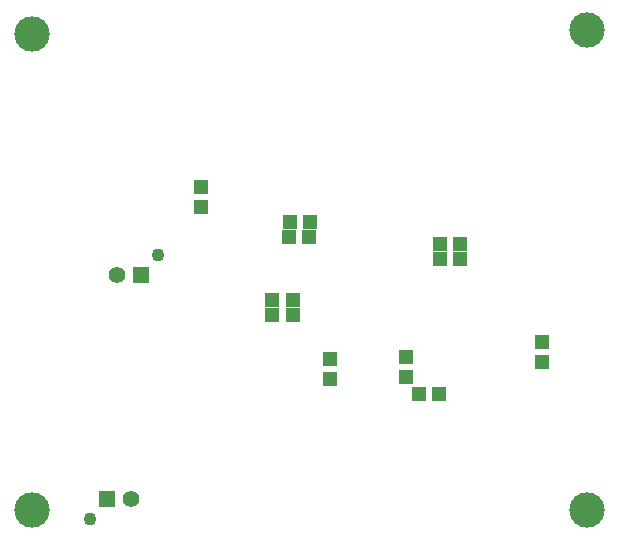
<source format=gbr>
G04 DipTrace 3.2.0.0*
G04 gimbalboard2_BottomMask.gbr*
%MOMM*%
G04 #@! TF.FileFunction,Soldermask,Bot*
G04 #@! TF.Part,Single*
%ADD47C,1.1*%
%ADD48C,3.0*%
%ADD70C,1.4*%
%ADD72R,1.4X1.4*%
%ADD86R,1.2X1.3*%
%ADD88R,1.3X1.2*%
%FSLAX35Y35*%
G04*
G71*
G90*
G75*
G01*
G04 BotMask*
%LPD*%
D88*
X-3365500Y158750D3*
X-3535500D3*
X-3376750Y31750D3*
X-3546750D3*
D86*
X-3200000Y-1000000D3*
Y-1170000D3*
D88*
X-2095500Y-31750D3*
X-2265500D3*
X-2095500Y-158750D3*
X-2265500D3*
D86*
X-2555000Y-985000D3*
Y-1155000D3*
D88*
X-3683000Y-508000D3*
X-3513000D3*
X-3683000Y-635000D3*
X-3513000D3*
D86*
X-4286250Y285750D3*
Y455750D3*
D72*
X-5080000Y-2190750D3*
D70*
X-4880000D3*
D47*
X-5230000Y-2360750D3*
D72*
X-4800000Y-295250D3*
D70*
X-5000000D3*
D47*
X-4650000Y-125250D3*
D88*
X-2439000Y-1302000D3*
X-2269000D3*
D86*
X-1397000Y-857250D3*
Y-1027250D3*
D48*
X-1016000Y1778000D3*
X-5715000Y1746250D3*
Y-2286000D3*
X-1016000D3*
M02*

</source>
